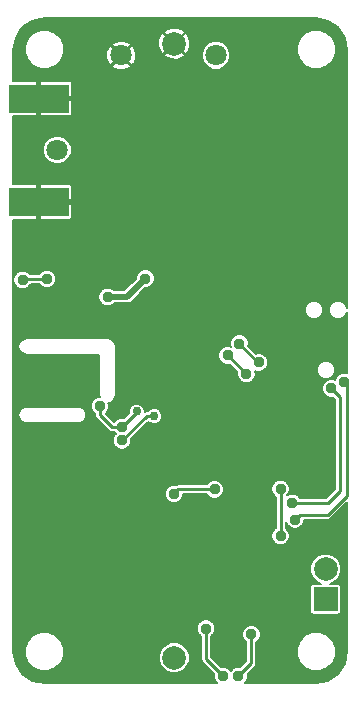
<source format=gbl>
G04 #@! TF.FileFunction,Copper,L2,Bot,Signal*
%FSLAX46Y46*%
G04 Gerber Fmt 4.6, Leading zero omitted, Abs format (unit mm)*
G04 Created by KiCad (PCBNEW (2016-05-05 BZR 6775)-product) date Monday, 20 June 2016 'amt' 00:18:41*
%MOMM*%
%LPD*%
G01*
G04 APERTURE LIST*
%ADD10C,0.100000*%
%ADD11C,2.000000*%
%ADD12C,1.800000*%
%ADD13R,2.000000X2.000000*%
%ADD14C,0.750000*%
%ADD15C,0.600000*%
%ADD16R,5.080000X2.413000*%
%ADD17C,0.960000*%
%ADD18C,0.250000*%
%ADD19C,0.500000*%
%ADD20C,0.200000*%
G04 APERTURE END LIST*
D10*
D11*
X126000000Y-140500000D03*
X126000000Y-88500000D03*
D12*
X116100000Y-97500000D03*
D13*
X138800000Y-135540000D03*
D11*
X138800000Y-133000000D03*
D12*
X121500000Y-89500000D03*
X129500000Y-89500000D03*
D14*
X124300000Y-120050000D03*
X122800000Y-119650000D03*
D15*
X130450000Y-124300000D03*
X132950000Y-124300000D03*
X135450000Y-124300000D03*
X130450000Y-121800000D03*
X132950000Y-121800000D03*
X135450000Y-121800000D03*
X130450000Y-119300000D03*
X132950000Y-119300000D03*
X135450000Y-119300000D03*
D16*
X114500000Y-101931500D03*
X114500000Y-93168500D03*
D17*
X130130000Y-142040000D03*
X128700000Y-138030000D03*
X137350000Y-119800000D03*
X125350000Y-123300000D03*
X114500000Y-101931500D03*
X114500000Y-93168500D03*
X134400000Y-115650000D03*
X124200000Y-137300000D03*
X119200000Y-111850000D03*
X123250000Y-95500000D03*
X131000000Y-91500000D03*
X114100000Y-118650000D03*
X116900000Y-116800000D03*
X113350000Y-130850000D03*
X113250000Y-124550000D03*
X121550000Y-126350000D03*
X127700000Y-130100000D03*
X130100000Y-130000000D03*
X133600000Y-130000000D03*
X139200000Y-129600000D03*
X140200000Y-112400000D03*
X131700000Y-139850000D03*
X129850000Y-139800000D03*
X123550000Y-108400000D03*
X120350000Y-109950000D03*
X139300000Y-117700000D03*
X113150000Y-108500000D03*
X115200000Y-108450000D03*
X136000000Y-127400000D03*
X131420000Y-142070000D03*
X132520000Y-138520000D03*
X140350000Y-117150000D03*
X136200000Y-128800000D03*
X121550000Y-122100000D03*
X119688150Y-119205000D03*
X121550000Y-120950000D03*
X131500000Y-113900000D03*
X133150000Y-115500000D03*
X130500000Y-114900000D03*
X132100000Y-116500000D03*
X135000000Y-126200000D03*
X135000000Y-130200000D03*
X125950000Y-126650000D03*
X129400000Y-126250000D03*
D18*
X130130000Y-142040000D02*
X128710000Y-140620000D01*
X128710000Y-140620000D02*
X128710000Y-140440000D01*
X128710000Y-140440000D02*
X128710000Y-138020000D01*
D19*
X123550000Y-108400000D02*
X122000000Y-109950000D01*
X122000000Y-109950000D02*
X120350000Y-109950000D01*
D18*
X140000000Y-121800000D02*
X140000000Y-119150000D01*
X140000000Y-119150000D02*
X140000000Y-118850000D01*
X139300000Y-117700000D02*
X140000000Y-118400000D01*
X140000000Y-118400000D02*
X140000000Y-119150000D01*
X115200000Y-108450000D02*
X113200000Y-108450000D01*
X113200000Y-108450000D02*
X113150000Y-108500000D01*
X137000000Y-127400000D02*
X136000000Y-127400000D01*
X139000000Y-127400000D02*
X137000000Y-127400000D01*
X140000000Y-126400000D02*
X139000000Y-127400000D01*
X140000000Y-126200000D02*
X140000000Y-126400000D01*
X140000000Y-121800000D02*
X140000000Y-126200000D01*
X131420000Y-142070000D02*
X132520000Y-140970000D01*
X132520000Y-140970000D02*
X132520000Y-140820000D01*
X132520000Y-140820000D02*
X132520000Y-138520000D01*
X140600000Y-121000000D02*
X140600000Y-117400000D01*
X140600000Y-117400000D02*
X140350000Y-117150000D01*
X139000000Y-128400000D02*
X136600000Y-128400000D01*
X136600000Y-128400000D02*
X136200000Y-128800000D01*
X140600000Y-126800000D02*
X140600000Y-121000000D01*
X139000000Y-128400000D02*
X140600000Y-126800000D01*
X121600000Y-122100000D02*
X123650000Y-120050000D01*
X123650000Y-120050000D02*
X124300000Y-120050000D01*
X121550000Y-122100000D02*
X121600000Y-122100000D01*
X121800000Y-122100000D02*
X121550000Y-122100000D01*
X119688150Y-119942150D02*
X120696000Y-120950000D01*
X120696000Y-120950000D02*
X121550000Y-120950000D01*
X119688150Y-119205000D02*
X119688150Y-119942150D01*
X122800000Y-119650000D02*
X122800000Y-119700000D01*
X122800000Y-119700000D02*
X121550000Y-120950000D01*
X133150000Y-115500000D02*
X133100000Y-115500000D01*
X133100000Y-115500000D02*
X131500000Y-113900000D01*
X132100000Y-116500000D02*
X130500000Y-114900000D01*
X135000000Y-130200000D02*
X135000000Y-126200000D01*
X125950000Y-126650000D02*
X126350000Y-126250000D01*
X126350000Y-126250000D02*
X129400000Y-126250000D01*
D20*
G36*
X139011487Y-86558054D02*
X139868984Y-87131016D01*
X140441946Y-87988511D01*
X140650000Y-89034473D01*
X140650000Y-110898811D01*
X140529603Y-110607428D01*
X140304755Y-110382188D01*
X140010828Y-110260139D01*
X139692568Y-110259861D01*
X139398428Y-110381397D01*
X139173188Y-110606245D01*
X139051139Y-110900172D01*
X139050861Y-111218432D01*
X139172397Y-111512572D01*
X139397245Y-111737812D01*
X139691172Y-111859861D01*
X140009432Y-111860139D01*
X140303572Y-111738603D01*
X140528812Y-111513755D01*
X140650000Y-111221902D01*
X140650000Y-116430000D01*
X140505832Y-116370136D01*
X140195529Y-116369865D01*
X139908743Y-116488363D01*
X139689134Y-116707589D01*
X139579546Y-116971506D01*
X139455832Y-116920136D01*
X139145529Y-116919865D01*
X138858743Y-117038363D01*
X138639134Y-117257589D01*
X138520136Y-117544168D01*
X138519865Y-117854471D01*
X138638363Y-118141257D01*
X138857589Y-118360866D01*
X139144168Y-118479864D01*
X139454471Y-118480135D01*
X139471895Y-118472936D01*
X139575000Y-118576041D01*
X139575000Y-126223959D01*
X138823960Y-126975000D01*
X136668354Y-126975000D01*
X136661637Y-126958743D01*
X136442411Y-126739134D01*
X136155832Y-126620136D01*
X135845529Y-126619865D01*
X135568986Y-126734131D01*
X135660866Y-126642411D01*
X135779864Y-126355832D01*
X135780135Y-126045529D01*
X135661637Y-125758743D01*
X135442411Y-125539134D01*
X135155832Y-125420136D01*
X134845529Y-125419865D01*
X134558743Y-125538363D01*
X134339134Y-125757589D01*
X134220136Y-126044168D01*
X134219865Y-126354471D01*
X134338363Y-126641257D01*
X134557589Y-126860866D01*
X134575000Y-126868096D01*
X134575000Y-129531646D01*
X134558743Y-129538363D01*
X134339134Y-129757589D01*
X134220136Y-130044168D01*
X134219865Y-130354471D01*
X134338363Y-130641257D01*
X134557589Y-130860866D01*
X134844168Y-130979864D01*
X135154471Y-130980135D01*
X135441257Y-130861637D01*
X135660866Y-130642411D01*
X135779864Y-130355832D01*
X135780135Y-130045529D01*
X135661637Y-129758743D01*
X135442411Y-129539134D01*
X135425000Y-129531904D01*
X135425000Y-128966899D01*
X135538363Y-129241257D01*
X135757589Y-129460866D01*
X136044168Y-129579864D01*
X136354471Y-129580135D01*
X136641257Y-129461637D01*
X136860866Y-129242411D01*
X136979864Y-128955832D01*
X136979978Y-128825000D01*
X139000000Y-128825000D01*
X139135657Y-128798016D01*
X139162641Y-128792649D01*
X139300520Y-128700520D01*
X140650000Y-127351041D01*
X140650000Y-139965527D01*
X140441946Y-141011489D01*
X139868984Y-141868984D01*
X139011487Y-142441946D01*
X137965527Y-142650000D01*
X131943037Y-142650000D01*
X132080866Y-142512411D01*
X132199864Y-142225832D01*
X132200135Y-141915529D01*
X132192935Y-141898105D01*
X132820520Y-141270520D01*
X132912649Y-141132641D01*
X132945000Y-140970000D01*
X132945000Y-140326765D01*
X136349715Y-140326765D01*
X136600383Y-140933429D01*
X137064130Y-141397986D01*
X137670355Y-141649713D01*
X138326765Y-141650285D01*
X138933429Y-141399617D01*
X139397986Y-140935870D01*
X139649713Y-140329645D01*
X139650285Y-139673235D01*
X139399617Y-139066571D01*
X138935870Y-138602014D01*
X138329645Y-138350287D01*
X137673235Y-138349715D01*
X137066571Y-138600383D01*
X136602014Y-139064130D01*
X136350287Y-139670355D01*
X136349715Y-140326765D01*
X132945000Y-140326765D01*
X132945000Y-139188354D01*
X132961257Y-139181637D01*
X133180866Y-138962411D01*
X133299864Y-138675832D01*
X133300135Y-138365529D01*
X133181637Y-138078743D01*
X132962411Y-137859134D01*
X132675832Y-137740136D01*
X132365529Y-137739865D01*
X132078743Y-137858363D01*
X131859134Y-138077589D01*
X131740136Y-138364168D01*
X131739865Y-138674471D01*
X131858363Y-138961257D01*
X132077589Y-139180866D01*
X132095000Y-139188096D01*
X132095000Y-140793960D01*
X131592078Y-141296882D01*
X131575832Y-141290136D01*
X131265529Y-141289865D01*
X130978743Y-141408363D01*
X130789837Y-141596940D01*
X130572411Y-141379134D01*
X130285832Y-141260136D01*
X129975529Y-141259865D01*
X129958105Y-141267064D01*
X129135000Y-140443960D01*
X129135000Y-138694222D01*
X129141257Y-138691637D01*
X129360866Y-138472411D01*
X129479864Y-138185832D01*
X129480135Y-137875529D01*
X129361637Y-137588743D01*
X129142411Y-137369134D01*
X128855832Y-137250136D01*
X128545529Y-137249865D01*
X128258743Y-137368363D01*
X128039134Y-137587589D01*
X127920136Y-137874168D01*
X127919865Y-138184471D01*
X128038363Y-138471257D01*
X128257589Y-138690866D01*
X128285000Y-138702248D01*
X128285000Y-140620000D01*
X128308973Y-140740520D01*
X128317351Y-140782641D01*
X128409480Y-140920520D01*
X129356882Y-141867922D01*
X129350136Y-141884168D01*
X129349865Y-142194471D01*
X129468363Y-142481257D01*
X129636812Y-142650000D01*
X115034473Y-142650000D01*
X113988511Y-142441946D01*
X113131016Y-141868984D01*
X112558054Y-141011487D01*
X112421855Y-140326765D01*
X113349715Y-140326765D01*
X113600383Y-140933429D01*
X114064130Y-141397986D01*
X114670355Y-141649713D01*
X115326765Y-141650285D01*
X115933429Y-141399617D01*
X116397986Y-140935870D01*
X116472071Y-140757452D01*
X124699774Y-140757452D01*
X124897271Y-141235429D01*
X125262647Y-141601444D01*
X125740279Y-141799774D01*
X126257452Y-141800226D01*
X126735429Y-141602729D01*
X127101444Y-141237353D01*
X127299774Y-140759721D01*
X127300226Y-140242548D01*
X127102729Y-139764571D01*
X126737353Y-139398556D01*
X126259721Y-139200226D01*
X125742548Y-139199774D01*
X125264571Y-139397271D01*
X124898556Y-139762647D01*
X124700226Y-140240279D01*
X124699774Y-140757452D01*
X116472071Y-140757452D01*
X116649713Y-140329645D01*
X116650285Y-139673235D01*
X116399617Y-139066571D01*
X115935870Y-138602014D01*
X115329645Y-138350287D01*
X114673235Y-138349715D01*
X114066571Y-138600383D01*
X113602014Y-139064130D01*
X113350287Y-139670355D01*
X113349715Y-140326765D01*
X112421855Y-140326765D01*
X112350000Y-139965527D01*
X112350000Y-134540000D01*
X137494123Y-134540000D01*
X137494123Y-136540000D01*
X137517407Y-136657054D01*
X137583712Y-136756288D01*
X137682946Y-136822593D01*
X137800000Y-136845877D01*
X139800000Y-136845877D01*
X139917054Y-136822593D01*
X140016288Y-136756288D01*
X140082593Y-136657054D01*
X140105877Y-136540000D01*
X140105877Y-134540000D01*
X140082593Y-134422946D01*
X140016288Y-134323712D01*
X139917054Y-134257407D01*
X139800000Y-134234123D01*
X139217433Y-134234123D01*
X139535429Y-134102729D01*
X139901444Y-133737353D01*
X140099774Y-133259721D01*
X140100226Y-132742548D01*
X139902729Y-132264571D01*
X139537353Y-131898556D01*
X139059721Y-131700226D01*
X138542548Y-131699774D01*
X138064571Y-131897271D01*
X137698556Y-132262647D01*
X137500226Y-132740279D01*
X137499774Y-133257452D01*
X137697271Y-133735429D01*
X138062647Y-134101444D01*
X138382174Y-134234123D01*
X137800000Y-134234123D01*
X137682946Y-134257407D01*
X137583712Y-134323712D01*
X137517407Y-134422946D01*
X137494123Y-134540000D01*
X112350000Y-134540000D01*
X112350000Y-126804471D01*
X125169865Y-126804471D01*
X125288363Y-127091257D01*
X125507589Y-127310866D01*
X125794168Y-127429864D01*
X126104471Y-127430135D01*
X126391257Y-127311637D01*
X126610866Y-127092411D01*
X126729864Y-126805832D01*
X126729978Y-126675000D01*
X128731646Y-126675000D01*
X128738363Y-126691257D01*
X128957589Y-126910866D01*
X129244168Y-127029864D01*
X129554471Y-127030135D01*
X129841257Y-126911637D01*
X130060866Y-126692411D01*
X130179864Y-126405832D01*
X130180135Y-126095529D01*
X130061637Y-125808743D01*
X129842411Y-125589134D01*
X129555832Y-125470136D01*
X129245529Y-125469865D01*
X128958743Y-125588363D01*
X128739134Y-125807589D01*
X128731904Y-125825000D01*
X126350000Y-125825000D01*
X126187360Y-125857351D01*
X126187358Y-125857352D01*
X126187359Y-125857352D01*
X126144313Y-125886115D01*
X126105832Y-125870136D01*
X125795529Y-125869865D01*
X125508743Y-125988363D01*
X125289134Y-126207589D01*
X125170136Y-126494168D01*
X125169865Y-126804471D01*
X112350000Y-126804471D01*
X112350000Y-119950000D01*
X112800000Y-119950000D01*
X112853284Y-120217878D01*
X113005025Y-120444975D01*
X113232122Y-120596716D01*
X113500000Y-120650000D01*
X117850000Y-120650000D01*
X118117878Y-120596716D01*
X118344975Y-120444975D01*
X118496716Y-120217878D01*
X118550000Y-119950000D01*
X118496716Y-119682122D01*
X118344975Y-119455025D01*
X118117878Y-119303284D01*
X117850000Y-119250000D01*
X113500000Y-119250000D01*
X113232122Y-119303284D01*
X113005025Y-119455025D01*
X112853284Y-119682122D01*
X112800000Y-119950000D01*
X112350000Y-119950000D01*
X112350000Y-114150000D01*
X112800000Y-114150000D01*
X112853284Y-114417878D01*
X113005025Y-114644975D01*
X113232122Y-114796716D01*
X113500000Y-114850000D01*
X119650000Y-114850000D01*
X119650000Y-118250000D01*
X119684809Y-118424997D01*
X119533679Y-118424865D01*
X119246893Y-118543363D01*
X119027284Y-118762589D01*
X118908286Y-119049168D01*
X118908015Y-119359471D01*
X119026513Y-119646257D01*
X119245739Y-119865866D01*
X119263150Y-119873096D01*
X119263150Y-119942150D01*
X119284603Y-120050000D01*
X119295501Y-120104791D01*
X119387630Y-120242670D01*
X120395480Y-121250520D01*
X120533359Y-121342649D01*
X120560343Y-121348016D01*
X120696000Y-121375000D01*
X120881646Y-121375000D01*
X120888363Y-121391257D01*
X121021914Y-121525041D01*
X120889134Y-121657589D01*
X120770136Y-121944168D01*
X120769865Y-122254471D01*
X120888363Y-122541257D01*
X121107589Y-122760866D01*
X121394168Y-122879864D01*
X121704471Y-122880135D01*
X121991257Y-122761637D01*
X122210866Y-122542411D01*
X122329864Y-122255832D01*
X122330113Y-121970927D01*
X123798245Y-120502796D01*
X123917144Y-120621903D01*
X124165145Y-120724883D01*
X124433677Y-120725117D01*
X124681857Y-120622571D01*
X124871903Y-120432856D01*
X124974883Y-120184855D01*
X124975117Y-119916323D01*
X124872571Y-119668143D01*
X124682856Y-119478097D01*
X124434855Y-119375117D01*
X124166323Y-119374883D01*
X123918143Y-119477429D01*
X123770315Y-119625000D01*
X123650000Y-119625000D01*
X123487359Y-119657351D01*
X123474987Y-119665618D01*
X123475117Y-119516323D01*
X123372571Y-119268143D01*
X123182856Y-119078097D01*
X122934855Y-118975117D01*
X122666323Y-118974883D01*
X122418143Y-119077429D01*
X122228097Y-119267144D01*
X122125117Y-119515145D01*
X122124891Y-119774069D01*
X121722078Y-120176882D01*
X121705832Y-120170136D01*
X121395529Y-120169865D01*
X121108743Y-120288363D01*
X120889134Y-120507589D01*
X120881904Y-120525000D01*
X120872040Y-120525000D01*
X120171579Y-119824539D01*
X120349016Y-119647411D01*
X120468014Y-119360832D01*
X120468285Y-119050529D01*
X120420918Y-118935894D01*
X120617878Y-118896716D01*
X120844975Y-118744975D01*
X120996716Y-118517878D01*
X121050000Y-118250000D01*
X121050000Y-115054471D01*
X129719865Y-115054471D01*
X129838363Y-115341257D01*
X130057589Y-115560866D01*
X130344168Y-115679864D01*
X130654471Y-115680135D01*
X130671895Y-115672935D01*
X131326882Y-116327922D01*
X131320136Y-116344168D01*
X131319865Y-116654471D01*
X131438363Y-116941257D01*
X131657589Y-117160866D01*
X131944168Y-117279864D01*
X132254471Y-117280135D01*
X132541257Y-117161637D01*
X132760866Y-116942411D01*
X132879864Y-116655832D01*
X132880135Y-116345529D01*
X132860675Y-116298432D01*
X138034861Y-116298432D01*
X138156397Y-116592572D01*
X138381245Y-116817812D01*
X138675172Y-116939861D01*
X138993432Y-116940139D01*
X139287572Y-116818603D01*
X139512812Y-116593755D01*
X139634861Y-116299828D01*
X139635139Y-115981568D01*
X139513603Y-115687428D01*
X139288755Y-115462188D01*
X138994828Y-115340139D01*
X138676568Y-115339861D01*
X138382428Y-115461397D01*
X138157188Y-115686245D01*
X138035139Y-115980172D01*
X138034861Y-116298432D01*
X132860675Y-116298432D01*
X132823766Y-116209107D01*
X132994168Y-116279864D01*
X133304471Y-116280135D01*
X133591257Y-116161637D01*
X133810866Y-115942411D01*
X133929864Y-115655832D01*
X133930135Y-115345529D01*
X133811637Y-115058743D01*
X133592411Y-114839134D01*
X133305832Y-114720136D01*
X132995529Y-114719865D01*
X132942724Y-114741684D01*
X132273118Y-114072078D01*
X132279864Y-114055832D01*
X132280135Y-113745529D01*
X132161637Y-113458743D01*
X131942411Y-113239134D01*
X131655832Y-113120136D01*
X131345529Y-113119865D01*
X131058743Y-113238363D01*
X130839134Y-113457589D01*
X130720136Y-113744168D01*
X130719865Y-114054471D01*
X130765878Y-114165831D01*
X130655832Y-114120136D01*
X130345529Y-114119865D01*
X130058743Y-114238363D01*
X129839134Y-114457589D01*
X129720136Y-114744168D01*
X129719865Y-115054471D01*
X121050000Y-115054471D01*
X121050000Y-114150000D01*
X120996716Y-113882122D01*
X120844975Y-113655025D01*
X120617878Y-113503284D01*
X120350000Y-113450000D01*
X113500000Y-113450000D01*
X113232122Y-113503284D01*
X113005025Y-113655025D01*
X112853284Y-113882122D01*
X112800000Y-114150000D01*
X112350000Y-114150000D01*
X112350000Y-111218432D01*
X137018861Y-111218432D01*
X137140397Y-111512572D01*
X137365245Y-111737812D01*
X137659172Y-111859861D01*
X137977432Y-111860139D01*
X138271572Y-111738603D01*
X138496812Y-111513755D01*
X138618861Y-111219828D01*
X138619139Y-110901568D01*
X138497603Y-110607428D01*
X138272755Y-110382188D01*
X137978828Y-110260139D01*
X137660568Y-110259861D01*
X137366428Y-110381397D01*
X137141188Y-110606245D01*
X137019139Y-110900172D01*
X137018861Y-111218432D01*
X112350000Y-111218432D01*
X112350000Y-110104471D01*
X119569865Y-110104471D01*
X119688363Y-110391257D01*
X119907589Y-110610866D01*
X120194168Y-110729864D01*
X120504471Y-110730135D01*
X120791257Y-110611637D01*
X120903089Y-110500000D01*
X122000000Y-110500000D01*
X122210476Y-110458134D01*
X122388909Y-110338909D01*
X123547820Y-109179998D01*
X123704471Y-109180135D01*
X123991257Y-109061637D01*
X124210866Y-108842411D01*
X124329864Y-108555832D01*
X124330135Y-108245529D01*
X124211637Y-107958743D01*
X123992411Y-107739134D01*
X123705832Y-107620136D01*
X123395529Y-107619865D01*
X123108743Y-107738363D01*
X122889134Y-107957589D01*
X122770136Y-108244168D01*
X122769998Y-108402184D01*
X121772182Y-109400000D01*
X120903084Y-109400000D01*
X120792411Y-109289134D01*
X120505832Y-109170136D01*
X120195529Y-109169865D01*
X119908743Y-109288363D01*
X119689134Y-109507589D01*
X119570136Y-109794168D01*
X119569865Y-110104471D01*
X112350000Y-110104471D01*
X112350000Y-108654471D01*
X112369865Y-108654471D01*
X112488363Y-108941257D01*
X112707589Y-109160866D01*
X112994168Y-109279864D01*
X113304471Y-109280135D01*
X113591257Y-109161637D01*
X113810866Y-108942411D01*
X113838857Y-108875000D01*
X114531646Y-108875000D01*
X114538363Y-108891257D01*
X114757589Y-109110866D01*
X115044168Y-109229864D01*
X115354471Y-109230135D01*
X115641257Y-109111637D01*
X115860866Y-108892411D01*
X115979864Y-108605832D01*
X115980135Y-108295529D01*
X115861637Y-108008743D01*
X115642411Y-107789134D01*
X115355832Y-107670136D01*
X115045529Y-107669865D01*
X114758743Y-107788363D01*
X114539134Y-108007589D01*
X114531904Y-108025000D01*
X113777953Y-108025000D01*
X113592411Y-107839134D01*
X113305832Y-107720136D01*
X112995529Y-107719865D01*
X112708743Y-107838363D01*
X112489134Y-108057589D01*
X112370136Y-108344168D01*
X112369865Y-108654471D01*
X112350000Y-108654471D01*
X112350000Y-103438000D01*
X114275000Y-103438000D01*
X114350000Y-103363000D01*
X114350000Y-102081500D01*
X114650000Y-102081500D01*
X114650000Y-103363000D01*
X114725000Y-103438000D01*
X117099673Y-103438000D01*
X117209936Y-103392328D01*
X117294328Y-103307937D01*
X117340000Y-103197674D01*
X117340000Y-102156500D01*
X117265000Y-102081500D01*
X114650000Y-102081500D01*
X114350000Y-102081500D01*
X114330000Y-102081500D01*
X114330000Y-101781500D01*
X114350000Y-101781500D01*
X114350000Y-100500000D01*
X114650000Y-100500000D01*
X114650000Y-101781500D01*
X117265000Y-101781500D01*
X117340000Y-101706500D01*
X117340000Y-100665326D01*
X117294328Y-100555063D01*
X117209936Y-100470672D01*
X117099673Y-100425000D01*
X114725000Y-100425000D01*
X114650000Y-100500000D01*
X114350000Y-100500000D01*
X114275000Y-100425000D01*
X112350000Y-100425000D01*
X112350000Y-97737647D01*
X114899793Y-97737647D01*
X115082097Y-98178857D01*
X115419367Y-98516717D01*
X115860258Y-98699791D01*
X116337647Y-98700207D01*
X116778857Y-98517903D01*
X117116717Y-98180633D01*
X117299791Y-97739742D01*
X117300207Y-97262353D01*
X117117903Y-96821143D01*
X116780633Y-96483283D01*
X116339742Y-96300209D01*
X115862353Y-96299793D01*
X115421143Y-96482097D01*
X115083283Y-96819367D01*
X114900209Y-97260258D01*
X114899793Y-97737647D01*
X112350000Y-97737647D01*
X112350000Y-94675000D01*
X114275000Y-94675000D01*
X114350000Y-94600000D01*
X114350000Y-93318500D01*
X114650000Y-93318500D01*
X114650000Y-94600000D01*
X114725000Y-94675000D01*
X117099673Y-94675000D01*
X117209936Y-94629328D01*
X117294328Y-94544937D01*
X117340000Y-94434674D01*
X117340000Y-93393500D01*
X117265000Y-93318500D01*
X114650000Y-93318500D01*
X114350000Y-93318500D01*
X114330000Y-93318500D01*
X114330000Y-93018500D01*
X114350000Y-93018500D01*
X114350000Y-91737000D01*
X114650000Y-91737000D01*
X114650000Y-93018500D01*
X117265000Y-93018500D01*
X117340000Y-92943500D01*
X117340000Y-91902326D01*
X117294328Y-91792063D01*
X117209936Y-91707672D01*
X117099673Y-91662000D01*
X114725000Y-91662000D01*
X114650000Y-91737000D01*
X114350000Y-91737000D01*
X114275000Y-91662000D01*
X112350000Y-91662000D01*
X112350000Y-89326765D01*
X113349715Y-89326765D01*
X113600383Y-89933429D01*
X114064130Y-90397986D01*
X114670355Y-90649713D01*
X115326765Y-90650285D01*
X115933429Y-90399617D01*
X115972841Y-90360273D01*
X120682153Y-90360273D01*
X120775352Y-90548431D01*
X121231729Y-90745935D01*
X121728949Y-90753756D01*
X122191314Y-90570705D01*
X122224648Y-90548431D01*
X122317847Y-90360273D01*
X121500000Y-89542426D01*
X120682153Y-90360273D01*
X115972841Y-90360273D01*
X116397986Y-89935870D01*
X116483907Y-89728949D01*
X120246244Y-89728949D01*
X120429295Y-90191314D01*
X120451569Y-90224648D01*
X120639727Y-90317847D01*
X121457574Y-89500000D01*
X121542426Y-89500000D01*
X122360273Y-90317847D01*
X122548431Y-90224648D01*
X122745935Y-89768271D01*
X122751218Y-89432390D01*
X125110036Y-89432390D01*
X125215406Y-89630939D01*
X125707921Y-89845102D01*
X126244903Y-89854486D01*
X126541533Y-89737647D01*
X128299793Y-89737647D01*
X128482097Y-90178857D01*
X128819367Y-90516717D01*
X129260258Y-90699791D01*
X129737647Y-90700207D01*
X130178857Y-90517903D01*
X130516717Y-90180633D01*
X130699791Y-89739742D01*
X130700150Y-89326765D01*
X136349715Y-89326765D01*
X136600383Y-89933429D01*
X137064130Y-90397986D01*
X137670355Y-90649713D01*
X138326765Y-90650285D01*
X138933429Y-90399617D01*
X139397986Y-89935870D01*
X139649713Y-89329645D01*
X139650285Y-88673235D01*
X139399617Y-88066571D01*
X138935870Y-87602014D01*
X138329645Y-87350287D01*
X137673235Y-87349715D01*
X137066571Y-87600383D01*
X136602014Y-88064130D01*
X136350287Y-88670355D01*
X136349715Y-89326765D01*
X130700150Y-89326765D01*
X130700207Y-89262353D01*
X130517903Y-88821143D01*
X130180633Y-88483283D01*
X129739742Y-88300209D01*
X129262353Y-88299793D01*
X128821143Y-88482097D01*
X128483283Y-88819367D01*
X128300209Y-89260258D01*
X128299793Y-89737647D01*
X126541533Y-89737647D01*
X126744600Y-89657662D01*
X126784594Y-89630939D01*
X126889964Y-89432390D01*
X126000000Y-88542426D01*
X125110036Y-89432390D01*
X122751218Y-89432390D01*
X122753756Y-89271051D01*
X122570705Y-88808686D01*
X122548431Y-88775352D01*
X122486958Y-88744903D01*
X124645514Y-88744903D01*
X124842338Y-89244600D01*
X124869061Y-89284594D01*
X125067610Y-89389964D01*
X125957574Y-88500000D01*
X126042426Y-88500000D01*
X126932390Y-89389964D01*
X127130939Y-89284594D01*
X127345102Y-88792079D01*
X127354486Y-88255097D01*
X127157662Y-87755400D01*
X127130939Y-87715406D01*
X126932390Y-87610036D01*
X126042426Y-88500000D01*
X125957574Y-88500000D01*
X125067610Y-87610036D01*
X124869061Y-87715406D01*
X124654898Y-88207921D01*
X124645514Y-88744903D01*
X122486958Y-88744903D01*
X122360273Y-88682153D01*
X121542426Y-89500000D01*
X121457574Y-89500000D01*
X120639727Y-88682153D01*
X120451569Y-88775352D01*
X120254065Y-89231729D01*
X120246244Y-89728949D01*
X116483907Y-89728949D01*
X116649713Y-89329645D01*
X116650285Y-88673235D01*
X116636440Y-88639727D01*
X120682153Y-88639727D01*
X121500000Y-89457574D01*
X122317847Y-88639727D01*
X122224648Y-88451569D01*
X121768271Y-88254065D01*
X121271051Y-88246244D01*
X120808686Y-88429295D01*
X120775352Y-88451569D01*
X120682153Y-88639727D01*
X116636440Y-88639727D01*
X116399617Y-88066571D01*
X115935870Y-87602014D01*
X115853017Y-87567610D01*
X125110036Y-87567610D01*
X126000000Y-88457574D01*
X126889964Y-87567610D01*
X126784594Y-87369061D01*
X126292079Y-87154898D01*
X125755097Y-87145514D01*
X125255400Y-87342338D01*
X125215406Y-87369061D01*
X125110036Y-87567610D01*
X115853017Y-87567610D01*
X115329645Y-87350287D01*
X114673235Y-87349715D01*
X114066571Y-87600383D01*
X113602014Y-88064130D01*
X113350287Y-88670355D01*
X113349715Y-89326765D01*
X112350000Y-89326765D01*
X112350000Y-89034473D01*
X112558054Y-87988513D01*
X113131016Y-87131016D01*
X113988511Y-86558054D01*
X115034473Y-86350000D01*
X137965527Y-86350000D01*
X139011487Y-86558054D01*
X139011487Y-86558054D01*
G37*
X139011487Y-86558054D02*
X139868984Y-87131016D01*
X140441946Y-87988511D01*
X140650000Y-89034473D01*
X140650000Y-110898811D01*
X140529603Y-110607428D01*
X140304755Y-110382188D01*
X140010828Y-110260139D01*
X139692568Y-110259861D01*
X139398428Y-110381397D01*
X139173188Y-110606245D01*
X139051139Y-110900172D01*
X139050861Y-111218432D01*
X139172397Y-111512572D01*
X139397245Y-111737812D01*
X139691172Y-111859861D01*
X140009432Y-111860139D01*
X140303572Y-111738603D01*
X140528812Y-111513755D01*
X140650000Y-111221902D01*
X140650000Y-116430000D01*
X140505832Y-116370136D01*
X140195529Y-116369865D01*
X139908743Y-116488363D01*
X139689134Y-116707589D01*
X139579546Y-116971506D01*
X139455832Y-116920136D01*
X139145529Y-116919865D01*
X138858743Y-117038363D01*
X138639134Y-117257589D01*
X138520136Y-117544168D01*
X138519865Y-117854471D01*
X138638363Y-118141257D01*
X138857589Y-118360866D01*
X139144168Y-118479864D01*
X139454471Y-118480135D01*
X139471895Y-118472936D01*
X139575000Y-118576041D01*
X139575000Y-126223959D01*
X138823960Y-126975000D01*
X136668354Y-126975000D01*
X136661637Y-126958743D01*
X136442411Y-126739134D01*
X136155832Y-126620136D01*
X135845529Y-126619865D01*
X135568986Y-126734131D01*
X135660866Y-126642411D01*
X135779864Y-126355832D01*
X135780135Y-126045529D01*
X135661637Y-125758743D01*
X135442411Y-125539134D01*
X135155832Y-125420136D01*
X134845529Y-125419865D01*
X134558743Y-125538363D01*
X134339134Y-125757589D01*
X134220136Y-126044168D01*
X134219865Y-126354471D01*
X134338363Y-126641257D01*
X134557589Y-126860866D01*
X134575000Y-126868096D01*
X134575000Y-129531646D01*
X134558743Y-129538363D01*
X134339134Y-129757589D01*
X134220136Y-130044168D01*
X134219865Y-130354471D01*
X134338363Y-130641257D01*
X134557589Y-130860866D01*
X134844168Y-130979864D01*
X135154471Y-130980135D01*
X135441257Y-130861637D01*
X135660866Y-130642411D01*
X135779864Y-130355832D01*
X135780135Y-130045529D01*
X135661637Y-129758743D01*
X135442411Y-129539134D01*
X135425000Y-129531904D01*
X135425000Y-128966899D01*
X135538363Y-129241257D01*
X135757589Y-129460866D01*
X136044168Y-129579864D01*
X136354471Y-129580135D01*
X136641257Y-129461637D01*
X136860866Y-129242411D01*
X136979864Y-128955832D01*
X136979978Y-128825000D01*
X139000000Y-128825000D01*
X139135657Y-128798016D01*
X139162641Y-128792649D01*
X139300520Y-128700520D01*
X140650000Y-127351041D01*
X140650000Y-139965527D01*
X140441946Y-141011489D01*
X139868984Y-141868984D01*
X139011487Y-142441946D01*
X137965527Y-142650000D01*
X131943037Y-142650000D01*
X132080866Y-142512411D01*
X132199864Y-142225832D01*
X132200135Y-141915529D01*
X132192935Y-141898105D01*
X132820520Y-141270520D01*
X132912649Y-141132641D01*
X132945000Y-140970000D01*
X132945000Y-140326765D01*
X136349715Y-140326765D01*
X136600383Y-140933429D01*
X137064130Y-141397986D01*
X137670355Y-141649713D01*
X138326765Y-141650285D01*
X138933429Y-141399617D01*
X139397986Y-140935870D01*
X139649713Y-140329645D01*
X139650285Y-139673235D01*
X139399617Y-139066571D01*
X138935870Y-138602014D01*
X138329645Y-138350287D01*
X137673235Y-138349715D01*
X137066571Y-138600383D01*
X136602014Y-139064130D01*
X136350287Y-139670355D01*
X136349715Y-140326765D01*
X132945000Y-140326765D01*
X132945000Y-139188354D01*
X132961257Y-139181637D01*
X133180866Y-138962411D01*
X133299864Y-138675832D01*
X133300135Y-138365529D01*
X133181637Y-138078743D01*
X132962411Y-137859134D01*
X132675832Y-137740136D01*
X132365529Y-137739865D01*
X132078743Y-137858363D01*
X131859134Y-138077589D01*
X131740136Y-138364168D01*
X131739865Y-138674471D01*
X131858363Y-138961257D01*
X132077589Y-139180866D01*
X132095000Y-139188096D01*
X132095000Y-140793960D01*
X131592078Y-141296882D01*
X131575832Y-141290136D01*
X131265529Y-141289865D01*
X130978743Y-141408363D01*
X130789837Y-141596940D01*
X130572411Y-141379134D01*
X130285832Y-141260136D01*
X129975529Y-141259865D01*
X129958105Y-141267064D01*
X129135000Y-140443960D01*
X129135000Y-138694222D01*
X129141257Y-138691637D01*
X129360866Y-138472411D01*
X129479864Y-138185832D01*
X129480135Y-137875529D01*
X129361637Y-137588743D01*
X129142411Y-137369134D01*
X128855832Y-137250136D01*
X128545529Y-137249865D01*
X128258743Y-137368363D01*
X128039134Y-137587589D01*
X127920136Y-137874168D01*
X127919865Y-138184471D01*
X128038363Y-138471257D01*
X128257589Y-138690866D01*
X128285000Y-138702248D01*
X128285000Y-140620000D01*
X128308973Y-140740520D01*
X128317351Y-140782641D01*
X128409480Y-140920520D01*
X129356882Y-141867922D01*
X129350136Y-141884168D01*
X129349865Y-142194471D01*
X129468363Y-142481257D01*
X129636812Y-142650000D01*
X115034473Y-142650000D01*
X113988511Y-142441946D01*
X113131016Y-141868984D01*
X112558054Y-141011487D01*
X112421855Y-140326765D01*
X113349715Y-140326765D01*
X113600383Y-140933429D01*
X114064130Y-141397986D01*
X114670355Y-141649713D01*
X115326765Y-141650285D01*
X115933429Y-141399617D01*
X116397986Y-140935870D01*
X116472071Y-140757452D01*
X124699774Y-140757452D01*
X124897271Y-141235429D01*
X125262647Y-141601444D01*
X125740279Y-141799774D01*
X126257452Y-141800226D01*
X126735429Y-141602729D01*
X127101444Y-141237353D01*
X127299774Y-140759721D01*
X127300226Y-140242548D01*
X127102729Y-139764571D01*
X126737353Y-139398556D01*
X126259721Y-139200226D01*
X125742548Y-139199774D01*
X125264571Y-139397271D01*
X124898556Y-139762647D01*
X124700226Y-140240279D01*
X124699774Y-140757452D01*
X116472071Y-140757452D01*
X116649713Y-140329645D01*
X116650285Y-139673235D01*
X116399617Y-139066571D01*
X115935870Y-138602014D01*
X115329645Y-138350287D01*
X114673235Y-138349715D01*
X114066571Y-138600383D01*
X113602014Y-139064130D01*
X113350287Y-139670355D01*
X113349715Y-140326765D01*
X112421855Y-140326765D01*
X112350000Y-139965527D01*
X112350000Y-134540000D01*
X137494123Y-134540000D01*
X137494123Y-136540000D01*
X137517407Y-136657054D01*
X137583712Y-136756288D01*
X137682946Y-136822593D01*
X137800000Y-136845877D01*
X139800000Y-136845877D01*
X139917054Y-136822593D01*
X140016288Y-136756288D01*
X140082593Y-136657054D01*
X140105877Y-136540000D01*
X140105877Y-134540000D01*
X140082593Y-134422946D01*
X140016288Y-134323712D01*
X139917054Y-134257407D01*
X139800000Y-134234123D01*
X139217433Y-134234123D01*
X139535429Y-134102729D01*
X139901444Y-133737353D01*
X140099774Y-133259721D01*
X140100226Y-132742548D01*
X139902729Y-132264571D01*
X139537353Y-131898556D01*
X139059721Y-131700226D01*
X138542548Y-131699774D01*
X138064571Y-131897271D01*
X137698556Y-132262647D01*
X137500226Y-132740279D01*
X137499774Y-133257452D01*
X137697271Y-133735429D01*
X138062647Y-134101444D01*
X138382174Y-134234123D01*
X137800000Y-134234123D01*
X137682946Y-134257407D01*
X137583712Y-134323712D01*
X137517407Y-134422946D01*
X137494123Y-134540000D01*
X112350000Y-134540000D01*
X112350000Y-126804471D01*
X125169865Y-126804471D01*
X125288363Y-127091257D01*
X125507589Y-127310866D01*
X125794168Y-127429864D01*
X126104471Y-127430135D01*
X126391257Y-127311637D01*
X126610866Y-127092411D01*
X126729864Y-126805832D01*
X126729978Y-126675000D01*
X128731646Y-126675000D01*
X128738363Y-126691257D01*
X128957589Y-126910866D01*
X129244168Y-127029864D01*
X129554471Y-127030135D01*
X129841257Y-126911637D01*
X130060866Y-126692411D01*
X130179864Y-126405832D01*
X130180135Y-126095529D01*
X130061637Y-125808743D01*
X129842411Y-125589134D01*
X129555832Y-125470136D01*
X129245529Y-125469865D01*
X128958743Y-125588363D01*
X128739134Y-125807589D01*
X128731904Y-125825000D01*
X126350000Y-125825000D01*
X126187360Y-125857351D01*
X126187358Y-125857352D01*
X126187359Y-125857352D01*
X126144313Y-125886115D01*
X126105832Y-125870136D01*
X125795529Y-125869865D01*
X125508743Y-125988363D01*
X125289134Y-126207589D01*
X125170136Y-126494168D01*
X125169865Y-126804471D01*
X112350000Y-126804471D01*
X112350000Y-119950000D01*
X112800000Y-119950000D01*
X112853284Y-120217878D01*
X113005025Y-120444975D01*
X113232122Y-120596716D01*
X113500000Y-120650000D01*
X117850000Y-120650000D01*
X118117878Y-120596716D01*
X118344975Y-120444975D01*
X118496716Y-120217878D01*
X118550000Y-119950000D01*
X118496716Y-119682122D01*
X118344975Y-119455025D01*
X118117878Y-119303284D01*
X117850000Y-119250000D01*
X113500000Y-119250000D01*
X113232122Y-119303284D01*
X113005025Y-119455025D01*
X112853284Y-119682122D01*
X112800000Y-119950000D01*
X112350000Y-119950000D01*
X112350000Y-114150000D01*
X112800000Y-114150000D01*
X112853284Y-114417878D01*
X113005025Y-114644975D01*
X113232122Y-114796716D01*
X113500000Y-114850000D01*
X119650000Y-114850000D01*
X119650000Y-118250000D01*
X119684809Y-118424997D01*
X119533679Y-118424865D01*
X119246893Y-118543363D01*
X119027284Y-118762589D01*
X118908286Y-119049168D01*
X118908015Y-119359471D01*
X119026513Y-119646257D01*
X119245739Y-119865866D01*
X119263150Y-119873096D01*
X119263150Y-119942150D01*
X119284603Y-120050000D01*
X119295501Y-120104791D01*
X119387630Y-120242670D01*
X120395480Y-121250520D01*
X120533359Y-121342649D01*
X120560343Y-121348016D01*
X120696000Y-121375000D01*
X120881646Y-121375000D01*
X120888363Y-121391257D01*
X121021914Y-121525041D01*
X120889134Y-121657589D01*
X120770136Y-121944168D01*
X120769865Y-122254471D01*
X120888363Y-122541257D01*
X121107589Y-122760866D01*
X121394168Y-122879864D01*
X121704471Y-122880135D01*
X121991257Y-122761637D01*
X122210866Y-122542411D01*
X122329864Y-122255832D01*
X122330113Y-121970927D01*
X123798245Y-120502796D01*
X123917144Y-120621903D01*
X124165145Y-120724883D01*
X124433677Y-120725117D01*
X124681857Y-120622571D01*
X124871903Y-120432856D01*
X124974883Y-120184855D01*
X124975117Y-119916323D01*
X124872571Y-119668143D01*
X124682856Y-119478097D01*
X124434855Y-119375117D01*
X124166323Y-119374883D01*
X123918143Y-119477429D01*
X123770315Y-119625000D01*
X123650000Y-119625000D01*
X123487359Y-119657351D01*
X123474987Y-119665618D01*
X123475117Y-119516323D01*
X123372571Y-119268143D01*
X123182856Y-119078097D01*
X122934855Y-118975117D01*
X122666323Y-118974883D01*
X122418143Y-119077429D01*
X122228097Y-119267144D01*
X122125117Y-119515145D01*
X122124891Y-119774069D01*
X121722078Y-120176882D01*
X121705832Y-120170136D01*
X121395529Y-120169865D01*
X121108743Y-120288363D01*
X120889134Y-120507589D01*
X120881904Y-120525000D01*
X120872040Y-120525000D01*
X120171579Y-119824539D01*
X120349016Y-119647411D01*
X120468014Y-119360832D01*
X120468285Y-119050529D01*
X120420918Y-118935894D01*
X120617878Y-118896716D01*
X120844975Y-118744975D01*
X120996716Y-118517878D01*
X121050000Y-118250000D01*
X121050000Y-115054471D01*
X129719865Y-115054471D01*
X129838363Y-115341257D01*
X130057589Y-115560866D01*
X130344168Y-115679864D01*
X130654471Y-115680135D01*
X130671895Y-115672935D01*
X131326882Y-116327922D01*
X131320136Y-116344168D01*
X131319865Y-116654471D01*
X131438363Y-116941257D01*
X131657589Y-117160866D01*
X131944168Y-117279864D01*
X132254471Y-117280135D01*
X132541257Y-117161637D01*
X132760866Y-116942411D01*
X132879864Y-116655832D01*
X132880135Y-116345529D01*
X132860675Y-116298432D01*
X138034861Y-116298432D01*
X138156397Y-116592572D01*
X138381245Y-116817812D01*
X138675172Y-116939861D01*
X138993432Y-116940139D01*
X139287572Y-116818603D01*
X139512812Y-116593755D01*
X139634861Y-116299828D01*
X139635139Y-115981568D01*
X139513603Y-115687428D01*
X139288755Y-115462188D01*
X138994828Y-115340139D01*
X138676568Y-115339861D01*
X138382428Y-115461397D01*
X138157188Y-115686245D01*
X138035139Y-115980172D01*
X138034861Y-116298432D01*
X132860675Y-116298432D01*
X132823766Y-116209107D01*
X132994168Y-116279864D01*
X133304471Y-116280135D01*
X133591257Y-116161637D01*
X133810866Y-115942411D01*
X133929864Y-115655832D01*
X133930135Y-115345529D01*
X133811637Y-115058743D01*
X133592411Y-114839134D01*
X133305832Y-114720136D01*
X132995529Y-114719865D01*
X132942724Y-114741684D01*
X132273118Y-114072078D01*
X132279864Y-114055832D01*
X132280135Y-113745529D01*
X132161637Y-113458743D01*
X131942411Y-113239134D01*
X131655832Y-113120136D01*
X131345529Y-113119865D01*
X131058743Y-113238363D01*
X130839134Y-113457589D01*
X130720136Y-113744168D01*
X130719865Y-114054471D01*
X130765878Y-114165831D01*
X130655832Y-114120136D01*
X130345529Y-114119865D01*
X130058743Y-114238363D01*
X129839134Y-114457589D01*
X129720136Y-114744168D01*
X129719865Y-115054471D01*
X121050000Y-115054471D01*
X121050000Y-114150000D01*
X120996716Y-113882122D01*
X120844975Y-113655025D01*
X120617878Y-113503284D01*
X120350000Y-113450000D01*
X113500000Y-113450000D01*
X113232122Y-113503284D01*
X113005025Y-113655025D01*
X112853284Y-113882122D01*
X112800000Y-114150000D01*
X112350000Y-114150000D01*
X112350000Y-111218432D01*
X137018861Y-111218432D01*
X137140397Y-111512572D01*
X137365245Y-111737812D01*
X137659172Y-111859861D01*
X137977432Y-111860139D01*
X138271572Y-111738603D01*
X138496812Y-111513755D01*
X138618861Y-111219828D01*
X138619139Y-110901568D01*
X138497603Y-110607428D01*
X138272755Y-110382188D01*
X137978828Y-110260139D01*
X137660568Y-110259861D01*
X137366428Y-110381397D01*
X137141188Y-110606245D01*
X137019139Y-110900172D01*
X137018861Y-111218432D01*
X112350000Y-111218432D01*
X112350000Y-110104471D01*
X119569865Y-110104471D01*
X119688363Y-110391257D01*
X119907589Y-110610866D01*
X120194168Y-110729864D01*
X120504471Y-110730135D01*
X120791257Y-110611637D01*
X120903089Y-110500000D01*
X122000000Y-110500000D01*
X122210476Y-110458134D01*
X122388909Y-110338909D01*
X123547820Y-109179998D01*
X123704471Y-109180135D01*
X123991257Y-109061637D01*
X124210866Y-108842411D01*
X124329864Y-108555832D01*
X124330135Y-108245529D01*
X124211637Y-107958743D01*
X123992411Y-107739134D01*
X123705832Y-107620136D01*
X123395529Y-107619865D01*
X123108743Y-107738363D01*
X122889134Y-107957589D01*
X122770136Y-108244168D01*
X122769998Y-108402184D01*
X121772182Y-109400000D01*
X120903084Y-109400000D01*
X120792411Y-109289134D01*
X120505832Y-109170136D01*
X120195529Y-109169865D01*
X119908743Y-109288363D01*
X119689134Y-109507589D01*
X119570136Y-109794168D01*
X119569865Y-110104471D01*
X112350000Y-110104471D01*
X112350000Y-108654471D01*
X112369865Y-108654471D01*
X112488363Y-108941257D01*
X112707589Y-109160866D01*
X112994168Y-109279864D01*
X113304471Y-109280135D01*
X113591257Y-109161637D01*
X113810866Y-108942411D01*
X113838857Y-108875000D01*
X114531646Y-108875000D01*
X114538363Y-108891257D01*
X114757589Y-109110866D01*
X115044168Y-109229864D01*
X115354471Y-109230135D01*
X115641257Y-109111637D01*
X115860866Y-108892411D01*
X115979864Y-108605832D01*
X115980135Y-108295529D01*
X115861637Y-108008743D01*
X115642411Y-107789134D01*
X115355832Y-107670136D01*
X115045529Y-107669865D01*
X114758743Y-107788363D01*
X114539134Y-108007589D01*
X114531904Y-108025000D01*
X113777953Y-108025000D01*
X113592411Y-107839134D01*
X113305832Y-107720136D01*
X112995529Y-107719865D01*
X112708743Y-107838363D01*
X112489134Y-108057589D01*
X112370136Y-108344168D01*
X112369865Y-108654471D01*
X112350000Y-108654471D01*
X112350000Y-103438000D01*
X114275000Y-103438000D01*
X114350000Y-103363000D01*
X114350000Y-102081500D01*
X114650000Y-102081500D01*
X114650000Y-103363000D01*
X114725000Y-103438000D01*
X117099673Y-103438000D01*
X117209936Y-103392328D01*
X117294328Y-103307937D01*
X117340000Y-103197674D01*
X117340000Y-102156500D01*
X117265000Y-102081500D01*
X114650000Y-102081500D01*
X114350000Y-102081500D01*
X114330000Y-102081500D01*
X114330000Y-101781500D01*
X114350000Y-101781500D01*
X114350000Y-100500000D01*
X114650000Y-100500000D01*
X114650000Y-101781500D01*
X117265000Y-101781500D01*
X117340000Y-101706500D01*
X117340000Y-100665326D01*
X117294328Y-100555063D01*
X117209936Y-100470672D01*
X117099673Y-100425000D01*
X114725000Y-100425000D01*
X114650000Y-100500000D01*
X114350000Y-100500000D01*
X114275000Y-100425000D01*
X112350000Y-100425000D01*
X112350000Y-97737647D01*
X114899793Y-97737647D01*
X115082097Y-98178857D01*
X115419367Y-98516717D01*
X115860258Y-98699791D01*
X116337647Y-98700207D01*
X116778857Y-98517903D01*
X117116717Y-98180633D01*
X117299791Y-97739742D01*
X117300207Y-97262353D01*
X117117903Y-96821143D01*
X116780633Y-96483283D01*
X116339742Y-96300209D01*
X115862353Y-96299793D01*
X115421143Y-96482097D01*
X115083283Y-96819367D01*
X114900209Y-97260258D01*
X114899793Y-97737647D01*
X112350000Y-97737647D01*
X112350000Y-94675000D01*
X114275000Y-94675000D01*
X114350000Y-94600000D01*
X114350000Y-93318500D01*
X114650000Y-93318500D01*
X114650000Y-94600000D01*
X114725000Y-94675000D01*
X117099673Y-94675000D01*
X117209936Y-94629328D01*
X117294328Y-94544937D01*
X117340000Y-94434674D01*
X117340000Y-93393500D01*
X117265000Y-93318500D01*
X114650000Y-93318500D01*
X114350000Y-93318500D01*
X114330000Y-93318500D01*
X114330000Y-93018500D01*
X114350000Y-93018500D01*
X114350000Y-91737000D01*
X114650000Y-91737000D01*
X114650000Y-93018500D01*
X117265000Y-93018500D01*
X117340000Y-92943500D01*
X117340000Y-91902326D01*
X117294328Y-91792063D01*
X117209936Y-91707672D01*
X117099673Y-91662000D01*
X114725000Y-91662000D01*
X114650000Y-91737000D01*
X114350000Y-91737000D01*
X114275000Y-91662000D01*
X112350000Y-91662000D01*
X112350000Y-89326765D01*
X113349715Y-89326765D01*
X113600383Y-89933429D01*
X114064130Y-90397986D01*
X114670355Y-90649713D01*
X115326765Y-90650285D01*
X115933429Y-90399617D01*
X115972841Y-90360273D01*
X120682153Y-90360273D01*
X120775352Y-90548431D01*
X121231729Y-90745935D01*
X121728949Y-90753756D01*
X122191314Y-90570705D01*
X122224648Y-90548431D01*
X122317847Y-90360273D01*
X121500000Y-89542426D01*
X120682153Y-90360273D01*
X115972841Y-90360273D01*
X116397986Y-89935870D01*
X116483907Y-89728949D01*
X120246244Y-89728949D01*
X120429295Y-90191314D01*
X120451569Y-90224648D01*
X120639727Y-90317847D01*
X121457574Y-89500000D01*
X121542426Y-89500000D01*
X122360273Y-90317847D01*
X122548431Y-90224648D01*
X122745935Y-89768271D01*
X122751218Y-89432390D01*
X125110036Y-89432390D01*
X125215406Y-89630939D01*
X125707921Y-89845102D01*
X126244903Y-89854486D01*
X126541533Y-89737647D01*
X128299793Y-89737647D01*
X128482097Y-90178857D01*
X128819367Y-90516717D01*
X129260258Y-90699791D01*
X129737647Y-90700207D01*
X130178857Y-90517903D01*
X130516717Y-90180633D01*
X130699791Y-89739742D01*
X130700150Y-89326765D01*
X136349715Y-89326765D01*
X136600383Y-89933429D01*
X137064130Y-90397986D01*
X137670355Y-90649713D01*
X138326765Y-90650285D01*
X138933429Y-90399617D01*
X139397986Y-89935870D01*
X139649713Y-89329645D01*
X139650285Y-88673235D01*
X139399617Y-88066571D01*
X138935870Y-87602014D01*
X138329645Y-87350287D01*
X137673235Y-87349715D01*
X137066571Y-87600383D01*
X136602014Y-88064130D01*
X136350287Y-88670355D01*
X136349715Y-89326765D01*
X130700150Y-89326765D01*
X130700207Y-89262353D01*
X130517903Y-88821143D01*
X130180633Y-88483283D01*
X129739742Y-88300209D01*
X129262353Y-88299793D01*
X128821143Y-88482097D01*
X128483283Y-88819367D01*
X128300209Y-89260258D01*
X128299793Y-89737647D01*
X126541533Y-89737647D01*
X126744600Y-89657662D01*
X126784594Y-89630939D01*
X126889964Y-89432390D01*
X126000000Y-88542426D01*
X125110036Y-89432390D01*
X122751218Y-89432390D01*
X122753756Y-89271051D01*
X122570705Y-88808686D01*
X122548431Y-88775352D01*
X122486958Y-88744903D01*
X124645514Y-88744903D01*
X124842338Y-89244600D01*
X124869061Y-89284594D01*
X125067610Y-89389964D01*
X125957574Y-88500000D01*
X126042426Y-88500000D01*
X126932390Y-89389964D01*
X127130939Y-89284594D01*
X127345102Y-88792079D01*
X127354486Y-88255097D01*
X127157662Y-87755400D01*
X127130939Y-87715406D01*
X126932390Y-87610036D01*
X126042426Y-88500000D01*
X125957574Y-88500000D01*
X125067610Y-87610036D01*
X124869061Y-87715406D01*
X124654898Y-88207921D01*
X124645514Y-88744903D01*
X122486958Y-88744903D01*
X122360273Y-88682153D01*
X121542426Y-89500000D01*
X121457574Y-89500000D01*
X120639727Y-88682153D01*
X120451569Y-88775352D01*
X120254065Y-89231729D01*
X120246244Y-89728949D01*
X116483907Y-89728949D01*
X116649713Y-89329645D01*
X116650285Y-88673235D01*
X116636440Y-88639727D01*
X120682153Y-88639727D01*
X121500000Y-89457574D01*
X122317847Y-88639727D01*
X122224648Y-88451569D01*
X121768271Y-88254065D01*
X121271051Y-88246244D01*
X120808686Y-88429295D01*
X120775352Y-88451569D01*
X120682153Y-88639727D01*
X116636440Y-88639727D01*
X116399617Y-88066571D01*
X115935870Y-87602014D01*
X115853017Y-87567610D01*
X125110036Y-87567610D01*
X126000000Y-88457574D01*
X126889964Y-87567610D01*
X126784594Y-87369061D01*
X126292079Y-87154898D01*
X125755097Y-87145514D01*
X125255400Y-87342338D01*
X125215406Y-87369061D01*
X125110036Y-87567610D01*
X115853017Y-87567610D01*
X115329645Y-87350287D01*
X114673235Y-87349715D01*
X114066571Y-87600383D01*
X113602014Y-88064130D01*
X113350287Y-88670355D01*
X113349715Y-89326765D01*
X112350000Y-89326765D01*
X112350000Y-89034473D01*
X112558054Y-87988513D01*
X113131016Y-87131016D01*
X113988511Y-86558054D01*
X115034473Y-86350000D01*
X137965527Y-86350000D01*
X139011487Y-86558054D01*
M02*

</source>
